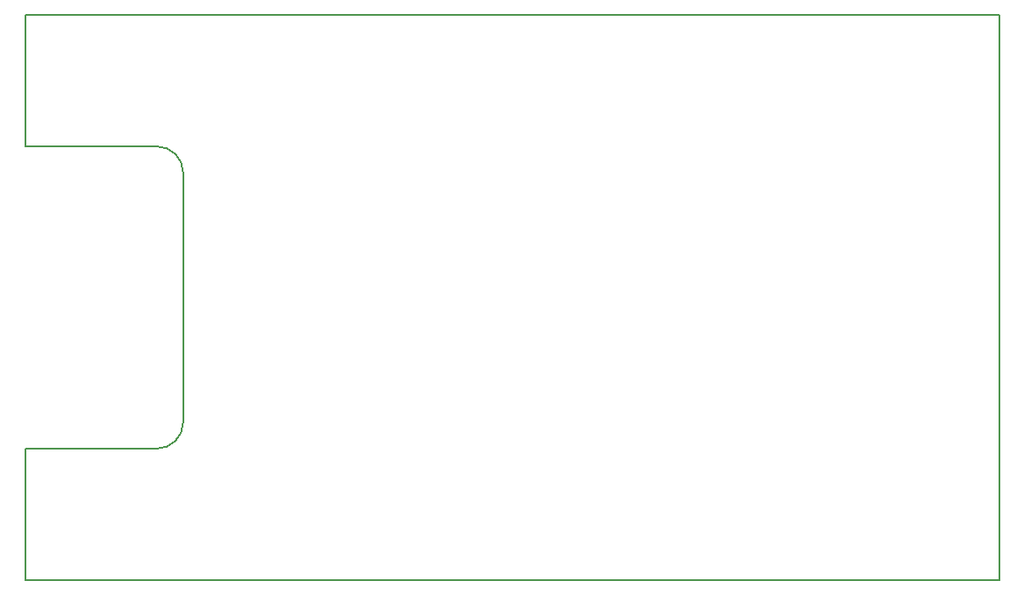
<source format=gko>
G04 #@! TF.GenerationSoftware,KiCad,Pcbnew,5.0.0-fee4fd1~66~ubuntu18.04.1*
G04 #@! TF.CreationDate,2019-02-05T20:13:11-07:00*
G04 #@! TF.ProjectId,sprinkler_nodes,737072696E6B6C65725F6E6F6465732E,rev?*
G04 #@! TF.SameCoordinates,Original*
G04 #@! TF.FileFunction,Profile,NP*
%FSLAX46Y46*%
G04 Gerber Fmt 4.6, Leading zero omitted, Abs format (unit mm)*
G04 Created by KiCad (PCBNEW 5.0.0-fee4fd1~66~ubuntu18.04.1) date Tue Feb  5 20:13:11 2019*
%MOMM*%
%LPD*%
G01*
G04 APERTURE LIST*
%ADD10C,0.150000*%
G04 APERTURE END LIST*
D10*
X17780000Y-67310000D02*
X17780000Y-80010000D01*
X17780000Y-25400000D02*
X17780000Y-38100000D01*
X33020000Y-40640000D02*
X33020000Y-64770000D01*
X33020000Y-40640000D02*
G75*
G03X30480000Y-38100000I-2540000J0D01*
G01*
X17780000Y-38100000D02*
X30480000Y-38100000D01*
X30480000Y-67310000D02*
G75*
G03X33020000Y-64770000I0J2540000D01*
G01*
X17780000Y-67310000D02*
X30480000Y-67310000D01*
X111760000Y-25400000D02*
X17780000Y-25400000D01*
X17780000Y-80010000D02*
X111760000Y-80010000D01*
X111760000Y-80010000D02*
X111760000Y-25400000D01*
M02*

</source>
